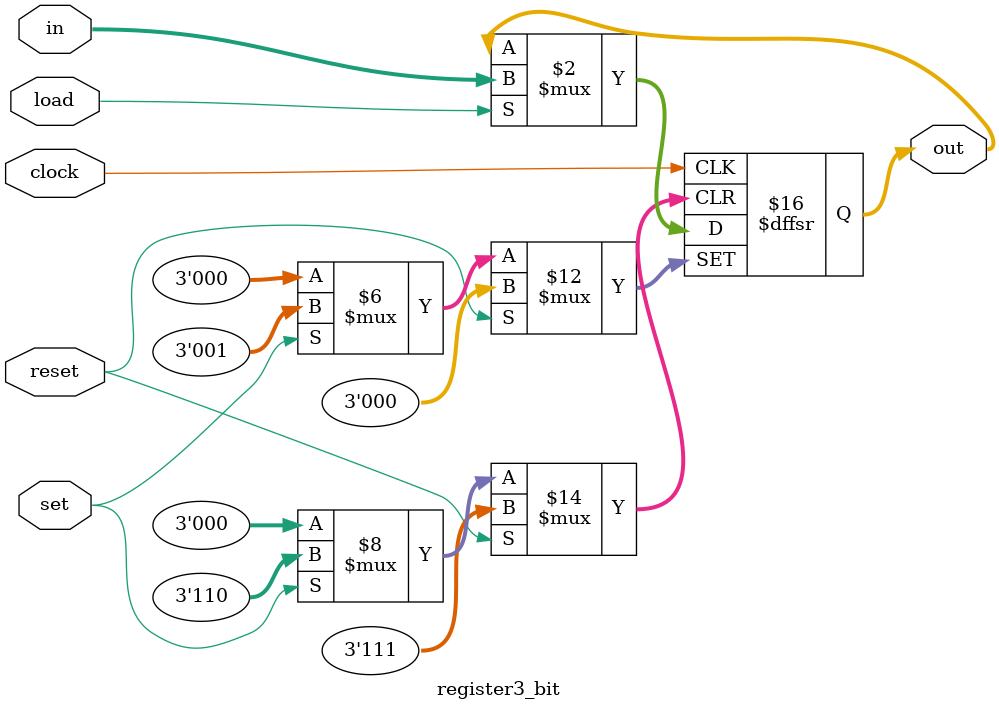
<source format=v>
module register3_bit (
	input reset, set, load, clock, // Reset, set, load and clock inputs
	input [2:0] in, // 3-bit input
	output reg [2:0] out // 3-bit register outputs
);

// The ouput is set to the value of the input at the rising edge of the clock signal
// Posedge represents a positive egde on the clock signal. Without it behavior of the code will not be synchronized.
	always @(posedge clock, posedge reset, posedge set) begin// The always block inside the module is triggered on the rising edge of the clock.
		// When the reset input signal is asserted (signal goes high), the code within the if statement will be executed.
		if (reset) begin // Asynchronously reset the register to 0
			out <= 3'b000;
		end 
		
		else if (set) begin // Asynchronously set the register to 1
			out <= 3'b001;
		end 
		
		else if (load) begin // Synchronously load the input data on the rising clock edge
			out <= in;
		end
		
	end

endmodule 
</source>
